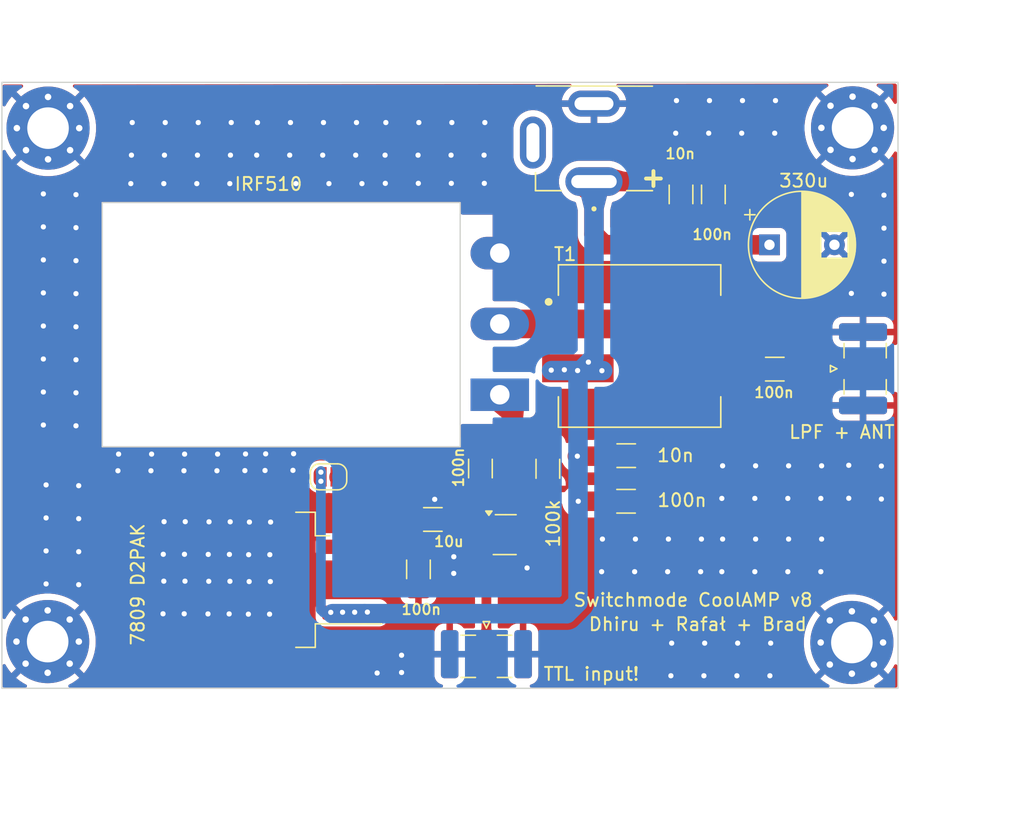
<source format=kicad_pcb>
(kicad_pcb (version 20241229) (generator "pcbnew") (generator_version "9.0")
  (layers (0 "F.Cu" signal) (2 "B.Cu" signal) (13 "F.Paste" user) (5 "F.SilkS" user "F.Silkscreen") (1 "F.Mask" user) (3 "B.Mask" user) (25 "Edge.Cuts" user))
  (net 0 "")
  (net 1 "GND")
  (net 2 "Net-(Q1-G)")
  (net 3 "/DRAIN")
  (net 4 "Net-(RF_OUT1-In)")
  (net 6 "9V")
  (net 7 "Net-(RF_IN1-In)")
  (net 8 "Net-(C3-Pad2)")
  (net 9 "+VDC")
  (footprint "MountingHole:MountingHole_3.2mm_M3_Pad_Via" (layer "F.Cu") (at 141.8 105.72)
    (property "Reference" "H3" (hide yes))
    (property "Value" "MountingHole_Pad" (hide yes))
    (pad "1" thru_hole circle (at -2.4 0) (size 0.8 0.8) (drill 0.5) (layers "*.Cu" "*.Mask") (net 1 "GND"))
    (pad "1" thru_hole circle (at -1.697056 -1.697056) (size 0.8 0.8) (drill 0.5) (layers "*.Cu" "*.Mask") (net 1 "GND"))
    (pad "1" thru_hole circle (at -1.697056 1.697056) (size 0.8 0.8) (drill 0.5) (layers "*.Cu" "*.Mask") (net 1 "GND"))
    (pad "1" thru_hole circle (at 0 -2.4) (size 0.8 0.8) (drill 0.5) (layers "*.Cu" "*.Mask") (net 1 "GND"))
    (pad "1" thru_hole circle (at 0 0) (size 6.4 6.4) (drill 3.2) (layers "*.Cu" "*.Mask") (net 1 "GND"))
    (pad "1" thru_hole circle (at 0 2.4) (size 0.8 0.8) (drill 0.5) (layers "*.Cu" "*.Mask") (net 1 "GND"))
    (pad "1" thru_hole circle (at 1.697056 -1.697056) (size 0.8 0.8) (drill 0.5) (layers "*.Cu" "*.Mask") (net 1 "GND"))
    (pad "1" thru_hole circle (at 1.697056 1.697056) (size 0.8 0.8) (drill 0.5) (layers "*.Cu" "*.Mask") (net 1 "GND"))
    (pad "1" thru_hole circle (at 2.4 0) (size 0.8 0.8) (drill 0.5) (layers "*.Cu" "*.Mask") (net 1 "GND"))
  )
  (footprint "Connector_Coaxial:SMA_Samtec_SMA-J-P-H-ST-EM1_EdgeMount" (layer "F.Cu") (at 204.8075 84.72)
    (property "Reference" "RF_OUT1" (hide yes))
    (property "Value" "SMA" (hide yes))
    (pad "1" smd roundrect (at 0 0 90) (size 1.27 3.2) (layers "F.Cu" "F.Mask") (roundrect_rratio 0.1968503937) (net 4 "Net-(RF_OUT1-In)"))
    (pad "2" smd roundrect (at -0.25 -2.825 90) (size 1.35 3.7) (layers "F.Cu" "F.Mask") (roundrect_rratio 0.1851851852) (net 1 "GND"))
    (pad "2" smd roundrect (at -0.25 -2.825 90) (size 1.35 3.7) (layers "B.Cu" "B.Mask") (roundrect_rratio 0.1851851852) (net 1 "GND"))
    (pad "2" smd roundrect (at -0.25 2.825 90) (size 1.35 3.7) (layers "F.Cu" "F.Mask") (roundrect_rratio 0.1851851852) (net 1 "GND"))
    (pad "2" smd roundrect (at -0.25 2.825 90) (size 1.35 3.7) (layers "B.Cu" "B.Mask") (roundrect_rratio 0.1851851852) (net 1 "GND"))
  )
  (footprint "Capacitor_SMD:C_1206_3216Metric_Pad1.33x1.80mm_HandSolder" (layer "F.Cu") (at 186.32 94.92)
    (property "Reference" "C12" (hide yes))
    (property "Value" "100n" (at 4.31 -0.08 180) (layer "F.SilkS"))
    (pad "1" smd roundrect (at -1.5625 0) (size 1.325 1.8) (layers "F.Cu" "F.Mask" "F.Paste") (roundrect_rratio 0.188679) (net 9 "+VDC"))
    (pad "2" smd roundrect (at 1.5625 0) (size 1.325 1.8) (layers "F.Cu" "F.Mask" "F.Paste") (roundrect_rratio 0.188679) (net 1 "GND"))
  )
  (footprint "footprints:XKB_DC-005-5A-2.0_Modded" (layer "F.Cu") (at 183.85 64.3125 -90)
    (property "Reference" "Power1" (hide yes))
    (property "Value" "DC-005 (Barrel Jack)" (hide yes))
    (pad "1" thru_hole oval (at 6 0 270) (size 2.2 4.4) (drill oval 1 3.5) (layers "*.Cu" "*.Mask") (net 9 "+VDC"))
    (pad "2" thru_hole oval (at 0 0 270) (size 2 4) (drill oval 1 3) (layers "*.Cu" "*.Mask") (net 1 "GND"))
    (pad "3" thru_hole oval (at 3 4.7 270) (size 4 2) (drill oval 3 1) (layers "*.Cu" "*.Mask"))
  )
  (footprint "Capacitor_SMD:C_1206_3216Metric_Pad1.33x1.80mm_HandSolder" (layer "F.Cu") (at 171.45 96.32)
    (property "Reference" "C9" (hide yes))
    (property "Value" "10u" (at 1.23 1.7 180) (layer "F.SilkS") (effects (font (size 0.8 0.8))))
    (pad "1" smd roundrect (at -1.5625 0) (size 1.325 1.8) (layers "F.Cu" "F.Mask" "F.Paste") (roundrect_rratio 0.1886792453) (net 6 "9V"))
    (pad "2" smd roundrect (at 1.5625 0) (size 1.325 1.8) (layers "F.Cu" "F.Mask" "F.Paste") (roundrect_rratio 0.1886792453) (net 1 "GND"))
  )
  (footprint "Capacitor_SMD:C_1206_3216Metric_Pad1.33x1.80mm_HandSolder" (layer "F.Cu") (at 175.11 92.4 90)
    (property "Reference" "C4" (hide yes))
    (property "Value" "100n" (at 0.0775 -1.69 270) (layer "F.SilkS") (effects (font (size 0.8 0.8))))
    (pad "1" smd roundrect (at -1.5625 0 90) (size 1.325 1.8) (layers "F.Cu" "F.Mask" "F.Paste") (roundrect_rratio 0.1886792453) (net 6 "9V"))
    (pad "2" smd roundrect (at 1.5625 0 90) (size 1.325 1.8) (layers "F.Cu" "F.Mask" "F.Paste") (roundrect_rratio 0.1886792453) (net 1 "GND"))
  )
  (footprint "MountingHole:MountingHole_3.2mm_M3_Pad_Via" (layer "F.Cu") (at 203.7 105.79)
    (property "Reference" "H4" (hide yes))
    (property "Value" "MountingHole_Pad" (hide yes))
    (pad "1" thru_hole circle (at -2.4 0) (size 0.8 0.8) (drill 0.5) (layers "*.Cu" "*.Mask") (net 1 "GND"))
    (pad "1" thru_hole circle (at -1.697056 -1.697056) (size 0.8 0.8) (drill 0.5) (layers "*.Cu" "*.Mask") (net 1 "GND"))
    (pad "1" thru_hole circle (at -1.697056 1.697056) (size 0.8 0.8) (drill 0.5) (layers "*.Cu" "*.Mask") (net 1 "GND"))
    (pad "1" thru_hole circle (at 0 -2.4) (size 0.8 0.8) (drill 0.5) (layers "*.Cu" "*.Mask") (net 1 "GND"))
    (pad "1" thru_hole circle (at 0 0) (size 6.4 6.4) (drill 3.2) (layers "*.Cu" "*.Mask") (net 1 "GND"))
    (pad "1" thru_hole circle (at 0 2.4) (size 0.8 0.8) (drill 0.5) (layers "*.Cu" "*.Mask") (net 1 "GND"))
    (pad "1" thru_hole circle (at 1.697056 -1.697056) (size 0.8 0.8) (drill 0.5) (layers "*.Cu" "*.Mask") (net 1 "GND"))
    (pad "1" thru_hole circle (at 1.697056 1.697056) (size 0.8 0.8) (drill 0.5) (layers "*.Cu" "*.Mask") (net 1 "GND"))
    (pad "1" thru_hole circle (at 2.4 0) (size 0.8 0.8) (drill 0.5) (layers "*.Cu" "*.Mask") (net 1 "GND"))
  )
  (footprint "Jumper:SolderJumper-2_P1.3mm_Open_RoundedPad1.0x1.5mm" (layer "F.Cu") (at 163.42 93.04 180)
    (property "Reference" "JP1" (hide yes))
    (property "Value" "Jumper_2_Open" (hide yes))
    (pad "1" smd custom (at -0.65 0 180) (size 1 0.5) (layers "F.Cu" "F.Mask") (net 6 "9V") (options (clearance outline) (anchor rect)) (primitives (gr_circle (center 0 0.25) (end 0.5 0.25) (width 0) (fill yes)) (gr_circle (center 0 -0.25) (end 0.5 -0.25) (width 0) (fill yes)) (gr_poly (pts (xy 0.5 0.75) (xy 0 0.75) (xy 0 -0.75) (xy 0.5 -0.75)) (width 0) (fill yes))))
    (pad "2" smd custom (at 0.65 0 180) (size 1 0.5) (layers "F.Cu" "F.Mask") (net 9 "+VDC") (options (clearance outline) (anchor rect)) (primitives (gr_circle (center 0 0.25) (end 0.5 0.25) (width 0) (fill yes)) (gr_circle (center 0 -0.25) (end 0.5 -0.25) (width 0) (fill yes)) (gr_poly (pts (xy 0 0.75) (xy -0.5 0.75) (xy -0.5 -0.75) (xy 0 -0.75)) (width 0) (fill yes))))
  )
  (footprint "Connector_Coaxial:SMA_Samtec_SMA-J-P-H-ST-EM1_EdgeMount" (layer "F.Cu") (at 175.57 106.94 -90)
    (property "Reference" "RF_IN1" (hide yes))
    (property "Value" "SMA" (hide yes))
    (pad "1" smd roundrect (at 0 0) (size 1.27 3.2) (layers "F.Cu" "F.Mask") (roundrect_rratio 0.1968503937) (net 7 "Net-(RF_IN1-In)"))
    (pad "2" smd roundrect (at -0.25 -2.825) (size 1.35 3.7) (layers "F.Cu" "F.Mask") (roundrect_rratio 0.1851851852) (net 1 "GND"))
    (pad "2" smd roundrect (at -0.25 -2.825) (size 1.35 3.7) (layers "B.Cu" "B.Mask") (roundrect_rratio 0.1851851852) (net 1 "GND"))
    (pad "2" smd roundrect (at -0.25 2.825) (size 1.35 3.7) (layers "F.Cu" "F.Mask") (roundrect_rratio 0.1851851852) (net 1 "GND"))
    (pad "2" smd roundrect (at -0.25 2.825) (size 1.35 3.7) (layers "B.Cu" "B.Mask") (roundrect_rratio 0.1851851852) (net 1 "GND"))
  )
  (footprint "footprints:TO-247-3_Horizontal_TabDown_Modded" (layer "F.Cu") (at 176.6 86.72 90)
    (property "Reference" "Q1" (hide yes))
    (property "Value" "IRF510" (hide yes))
    (pad "" np_thru_hole oval (at 5.45 -19.86 90) (size 3.6 3.6) (drill 3.6) (layers "*.Cu" "*.Mask"))
    (pad "1" thru_hole rect (at 0 0 90) (size 2.5 4.5) (drill 1.5) (layers "*.Cu" "*.Mask") (net 2 "Net-(Q1-G)"))
    (pad "2" thru_hole oval (at 5.45 0 90) (size 2.5 4.5) (drill 1.5) (layers "*.Cu" "*.Mask") (net 3 "/DRAIN"))
    (pad "3" thru_hole oval (at 10.9 0 90) (size 2.5 4.5) (drill 1.5) (layers "*.Cu" "*.Mask") (net 1 "GND"))
  )
  (footprint "Capacitor_SMD:C_1206_3216Metric_Pad1.33x1.80mm_HandSolder" (layer "F.Cu") (at 197.7675 84.75 180)
    (property "Reference" "C3" (hide yes))
    (property "Value" "100n" (at 0.06 -1.8 180) (layer "F.SilkS") (effects (font (size 0.8 0.8))))
    (pad "1" smd roundrect (at -1.5625 0 180) (size 1.325 1.8) (layers "F.Cu" "F.Mask" "F.Paste") (roundrect_rratio 0.1886792453) (net 4 "Net-(RF_OUT1-In)"))
    (pad "2" smd roundrect (at 1.5625 0 180) (size 1.325 1.8) (layers "F.Cu" "F.Mask" "F.Paste") (roundrect_rratio 0.1886792453) (net 8 "Net-(C3-Pad2)"))
  )
  (footprint "Package_TO_SOT_SMD:TSOT-23-5_HandSoldering" (layer "F.Cu") (at 176.98 97.4625)
    (property "Reference" "U2" (hide yes))
    (property "Value" "UCC27517DBVR" (hide yes))
    (pad "1" smd roundrect (at -1.71 -0.95) (size 2 0.65) (layers "F.Cu" "F.Mask" "F.Paste") (net 6 "9V"))
    (pad "2" smd roundrect (at -1.71 0) (size 2 0.65) (layers "F.Cu" "F.Mask" "F.Paste") (net 1 "GND"))
    (pad "3" smd roundrect (at -1.71 0.95) (size 2 0.65) (layers "F.Cu" "F.Mask" "F.Paste") (net 7 "Net-(RF_IN1-In)"))
    (pad "4" smd roundrect (at 1.71 0.95) (size 2 0.65) (layers "F.Cu" "F.Mask" "F.Paste") (net 1 "GND"))
    (pad "5" smd roundrect (at 1.71 -0.95) (size 2 0.65) (layers "F.Cu" "F.Mask" "F.Paste") (net 2 "Net-(Q1-G)"))
  )
  (footprint "Capacitor_THT:CP_Radial_D8.0mm_P5.00mm" (layer "F.Cu") (at 197.357349 75.18)
    (property "Reference" "C6" (hide yes))
    (property "Value" "330u" (at 2.642651 -4.93 0) (layer "F.SilkS"))
    (pad "1" thru_hole rect (at 0 0) (size 1.6 1.6) (drill 0.8) (layers "*.Cu" "*.Mask") (net 9 "+VDC"))
    (pad "2" thru_hole circle (at 5 0) (size 1.6 1.6) (drill 0.8) (layers "*.Cu" "*.Mask") (net 1 "GND"))
  )
  (footprint "footprints:IND_SRF1260A-4R7Y-Longer-Pads" (layer "F.Cu") (at 187.36 82.97)
    (property "Reference" "T1" (at -5.725 -7.065 0) (layer "F.SilkS") (effects (font (size 1.001409 1.001409))))
    (property "Value" "SRF1260A-4R7Y" (hide yes))
    (pad "1" smd rect (at -4.75 -1.715 180) (size 5.5 2.15) (layers "F.Cu" "F.Mask" "F.Paste") (net 3 "/DRAIN"))
    (pad "2" smd rect (at -4.75 1.715 180) (size 5.5 2.15) (layers "F.Cu" "F.Mask" "F.Paste") (net 9 "+VDC"))
    (pad "3" smd rect (at 4.75 1.715 180) (size 5.5 2.15) (layers "F.Cu" "F.Mask" "F.Paste") (net 8 "Net-(C3-Pad2)"))
    (pad "4" smd rect (at 4.75 -1.715 180) (size 5.5 2.15) (layers "F.Cu" "F.Mask" "F.Paste") (net 3 "/DRAIN"))
  )
  (footprint "MountingHole:MountingHole_3.2mm_M3_Pad_Via" (layer "F.Cu") (at 141.83 66.2)
    (property "Reference" "H1" (hide yes))
    (property "Value" "MountingHole_Pad" (hide yes))
    (pad "1" thru_hole circle (at -2.4 0) (size 0.8 0.8) (drill 0.5) (layers "*.Cu" "*.Mask") (net 1 "GND"))
    (pad "1" thru_hole circle (at -1.697056 -1.697056) (size 0.8 0.8) (drill 0.5) (layers "*.Cu" "*.Mask") (net 1 "GND"))
    (pad "1" thru_hole circle (at -1.697056 1.697056) (size 0.8 0.8) (drill 0.5) (layers "*.Cu" "*.Mask") (net 1 "GND"))
    (pad "1" thru_hole circle (at 0 -2.4) (size 0.8 0.8) (drill 0.5) (layers "*.Cu" "*.Mask") (net 1 "GND"))
    (pad "1" thru_hole circle (at 0 0) (size 6.4 6.4) (drill 3.2) (layers "*.Cu" "*.Mask") (net 1 "GND"))
    (pad "1" thru_hole circle (at 0 2.4) (size 0.8 0.8) (drill 0.5) (layers "*.Cu" "*.Mask") (net 1 "GND"))
    (pad "1" thru_hole circle (at 1.697056 -1.697056) (size 0.8 0.8) (drill 0.5) (layers "*.Cu" "*.Mask") (net 1 "GND"))
    (pad "1" thru_hole circle (at 1.697056 1.697056) (size 0.8 0.8) (drill 0.5) (layers "*.Cu" "*.Mask") (net 1 "GND"))
    (pad "1" thru_hole circle (at 2.4 0) (size 0.8 0.8) (drill 0.5) (layers "*.Cu" "*.Mask") (net 1 "GND"))
  )
  (footprint "Capacitor_SMD:C_1206_3216Metric_Pad1.33x1.80mm_HandSolder" (layer "F.Cu") (at 193.04 71.3 90)
    (property "Reference" "C5" (hide yes))
    (property "Value" "100n" (at -3.09 -0.09 0) (layer "F.SilkS") (effects (font (size 0.8 0.8))))
    (pad "1" smd roundrect (at -1.5625 0 90) (size 1.325 1.8) (layers "F.Cu" "F.Mask" "F.Paste") (roundrect_rratio 0.1886792453) (net 9 "+VDC"))
    (pad "2" smd roundrect (at 1.5625 0 90) (size 1.325 1.8) (layers "F.Cu" "F.Mask" "F.Paste") (roundrect_rratio 0.1886792453) (net 1 "GND"))
  )
  (footprint "Capacitor_SMD:C_1206_3216Metric_Pad1.33x1.80mm_HandSolder" (layer "F.Cu") (at 170.34 100.16 -90)
    (property "Reference" "C8" (hide yes))
    (property "Value" "100n" (at 3.0875 -0.22 180) (layer "F.SilkS") (effects (font (size 0.8 0.8))))
    (pad "1" smd roundrect (at -1.5625 0 270) (size 1.325 1.8) (layers "F.Cu" "F.Mask" "F.Paste") (roundrect_rratio 0.1886792453) (net 6 "9V"))
    (pad "2" smd roundrect (at 1.5625 0 270) (size 1.325 1.8) (layers "F.Cu" "F.Mask" "F.Paste") (roundrect_rratio 0.1886792453) (net 1 "GND"))
  )
  (footprint "footprints:TO-263-2-bigger" (layer "F.Cu") (at 157.575 100.965 180)
    (property "Reference" "U1" (hide yes))
    (property "Value" "7809 D2PAK" (at 8.835 -0.355 90) (layer "F.SilkS"))
    (pad "1" smd roundrect (at -7.65 -2.54 180) (size 4.6 1.1) (layers "F.Cu" "F.Mask" "F.Paste") (roundrect_rratio 0.227273) (net 9 "+VDC"))
    (pad "2" smd roundrect (at -0.925 -2.775 180) (size 4.55 5.25) (layers "F.Cu" "F.Paste") (roundrect_rratio 0.054945) (net 1 "GND"))
    (pad "2" smd roundrect (at -0.925 2.775 180) (size 4.55 5.25) (layers "F.Cu" "F.Paste") (roundrect_rratio 0.054945) (net 1 "GND"))
    (pad "2" smd roundrect (at 2.38 0.04 180) (size 11.16 10.88) (layers "F.Cu" "F.Mask") (roundrect_rratio 0.026596) (net 1 "GND"))
    (pad "2" smd roundrect (at 4.805 2.815 180) (size 6.31 5.33) (layers "F.Cu" "F.Paste") (roundrect_rratio 0.054945) (net 1 "GND"))
    (pad "2" smd roundrect (at 4.815 -2.775 180) (size 6.33 5.25) (layers "F.Cu" "F.Paste") (roundrect_rratio 0.054945) (net 1 "GND"))
    (pad "3" smd roundrect (at -7.65 2.54 180) (size 4.6 1.1) (layers "F.Cu" "F.Mask" "F.Paste") (roundrect_rratio 0.227273) (net 6 "9V"))
  )
  (footprint "Capacitor_SMD:C_1206_3216Metric_Pad1.33x1.80mm_HandSolder" (layer "F.Cu") (at 190.55 71.3 90)
    (property "Reference" "C10" (hide yes))
    (property "Value" "10n" (at 3.13 -0.06 0) (layer "F.SilkS") (effects (font (size 0.8 0.8))))
    (pad "1" smd roundrect (at -1.5625 0 90) (size 1.325 1.8) (layers "F.Cu" "F.Mask" "F.Paste") (roundrect_rratio 0.1886792453) (net 9 "+VDC"))
    (pad "2" smd roundrect (at 1.5625 0 90) (size 1.325 1.8) (layers "F.Cu" "F.Mask" "F.Paste") (roundrect_rratio 0.1886792453) (net 1 "GND"))
  )
  (footprint "MountingHole:MountingHole_3.2mm_M3_Pad_Via" (layer "F.Cu") (at 203.752944 66.177944)
    (property "Reference" "H2" (hide yes))
    (property "Value" "MountingHole_Pad" (hide yes))
    (pad "1" thru_hole circle (at -2.4 0) (size 0.8 0.8) (drill 0.5) (layers "*.Cu" "*.Mask") (net 1 "GND"))
    (pad "1" thru_hole circle (at -1.697056 -1.697056) (size 0.8 0.8) (drill 0.5) (layers "*.Cu" "*.Mask") (net 1 "GND"))
    (pad "1" thru_hole circle (at -1.697056 1.697056) (size 0.8 0.8) (drill 0.5) (layers "*.Cu" "*.Mask") (net 1 "GND"))
    (pad "1" thru_hole circle (at 0 -2.4) (size 0.8 0.8) (drill 0.5) (layers "*.Cu" "*.Mask") (net 1 "GND"))
    (pad "1" thru_hole circle (at 0 0) (size 6.4 6.4) (drill 3.2) (layers "*.Cu" "*.Mask") (net 1 "GND"))
    (pad "1" thru_hole circle (at 0 2.4) (size 0.8 0.8) (drill 0.5) (layers "*.Cu" "*.Mask") (net 1 "GND"))
    (pad "1" thru_hole circle (at 1.697056 -1.697056) (size 0.8 0.8) (drill 0.5) (layers "*.Cu" "*.Mask") (net 1 "GND"))
    (pad "1" thru_hole circle (at 1.697056 1.697056) (size 0.8 0.8) (drill 0.5) (layers "*.Cu" "*.Mask") (net 1 "GND"))
    (pad "1" thru_hole circle (at 2.4 0) (size 0.8 0.8) (drill 0.5) (layers "*.Cu" "*.Mask") (net 1 "GND"))
  )
  (footprint "Resistor_SMD:R_1206_3216Metric_Pad1.30x1.75mm_HandSolder" (layer "F.Cu") (at 180.3 92.42 -90)
    (property "Reference" "R3" (hide yes))
    (property "Value" "100k" (at 4.21 -0.41 90) (layer "F.SilkS"))
    (pad "1" smd roundrect (at -1.55 0 270) (size 1.3 1.75) (layers "F.Cu" "F.Mask" "F.Paste") (roundrect_rratio 0.1923076923) (net 2 "Net-(Q1-G)"))
    (pad "2" smd roundrect (at 1.55 0 270) (size 1.3 1.75) (layers "F.Cu" "F.Mask" "F.Paste") (roundrect_rratio 0.1923076923) (net 1 "GND"))
  )
  (footprint "Capacitor_SMD:C_1206_3216Metric_Pad1.33x1.80mm_HandSolder" (layer "F.Cu") (at 186.3325 91.41)
    (property "Reference" "C2" (hide yes))
    (property "Value" "10n" (at 3.7975 -0.02 180) (layer "F.SilkS"))
    (pad "1" smd roundrect (at -1.5625 0) (size 1.325 1.8) (layers "F.Cu" "F.Mask" "F.Paste") (roundrect_rratio 0.188679) (net 9 "+VDC"))
    (pad "2" smd roundrect (at 1.5625 0) (size 1.325 1.8) (layers "F.Cu" "F.Mask" "F.Paste") (roundrect_rratio 0.188679) (net 1 "GND"))
  )
  (gr_rect (start 138.28 62.675) (end 207.25 109.315) (stroke (width 0.1)) (fill no) (layer "Edge.Cuts"))
  (gr_rect (start 146 71.93) (end 173.55 90.72) (stroke (width 0.1)) (fill no) (layer "Edge.Cuts"))
  (gr_text "+" (at 187.3 70.85 0) (layer "F.SilkS") (effects (font (size 1.5 1.5) (thickness 0.3) (bold yes)) (justify left bottom)))
  (gr_text "LPF + ANT" (at 198.78 90.18 0) (layer "F.SilkS") (effects (font (size 1 1)) (justify left bottom)))
  (gr_text "TTL input!" (at 179.89 108.8 0) (layer "F.SilkS") (effects (font (size 1 1)) (justify left bottom)))
  (gr_text "Dhiru + Rafał + Brad" (at 183.36 104.97 0) (layer "F.SilkS") (effects (font (size 1 1)) (justify left bottom)))
  (gr_text "IRF510" (at 156.1 71.09 0) (layer "F.SilkS") (effects (font (size 1 1)) (justify left bottom)))
  (gr_text "Switchmode CoolAMP v8\n " (at 182.19 104.71 0) (layer "F.SilkS") (effects (font (size 1 1)) (justify left bottom)))
  (segment (start 174.1825 97.4725) (end 173.07 96.36) (width 0.75) (layer "F.Cu") (net 1))
  (segment (start 175.44 97.4725) (end 174.1825 97.4725) (width 0.75) (layer "F.Cu") (net 1))
  (segment (start 175.44 97.4725) (end 174.562514 97.4725) (width 0.75) (layer "F.Cu") (net 1))
  (via (at 143.98 76.4) (size 0.8) (drill 0.4) (layers "F.Cu" "B.Cu") (net 1))
  (via (at 197.82 64.08) (size 0.8) (drill 0.4) (layers "F.Cu" "B.Cu") (net 1))
  (via (at 141.68 98.74) (size 0.8) (drill 0.4) (layers "F.Cu" "B.Cu") (net 1))
  (via (at 143.98 71.32) (size 0.8) (drill 0.4) (layers "F.Cu" "B.Cu") (net 1))
  (via (at 141.47 89.05) (size 0.8) (drill 0.4) (layers "F.Cu" "B.Cu") (net 1))
  (via (at 157.95 65.77) (size 0.8) (drill 0.4) (layers "F.Cu" "B.Cu") (net 1))
  (via (at 141.47 76.34) (size 0.8) (drill 0.4) (layers "F.Cu" "B.Cu") (net 1))
  (via (at 201.37 97.83) (size 0.8) (drill 0.4) (layers "F.Cu" "B.Cu") (net 1))
  (via (at 158.94 101.1) (size 0.8) (drill 0.4) (layers "F.Cu" "B.Cu") (net 1))
  (via (at 157.27 99.03) (size 0.8) (drill 0.4) (layers "F.Cu" "B.Cu") (net 1))
  (via (at 192.74 64.08) (size 0.8) (drill 0.4) (layers "F.Cu" "B.Cu") (net 1))
  (via (at 150.7 99) (size 0.8) (drill 0.4) (layers "F.Cu" "B.Cu") (net 1))
  (via (at 157.25 103.61) (size 0.8) (drill 0.4) (layers "F.Cu" "B.Cu") (net 1))
  (via (at 190.14 66.59) (size 0.8) (drill 0.4) (layers "F.Cu" "B.Cu") (net 1))
  (via (at 150.76 96.49) (size 0.8) (drill 0.4) (layers "F.Cu" "B.Cu") (net 1))
  (via (at 158.9 99.03) (size 0.8) (drill 0.4) (layers "F.Cu" "B.Cu") (net 1))
  (via (at 167.83 65.77) (size 0.8) (drill 0.4) (layers "F.Cu" "B.Cu") (net 1))
  (via (at 175.45 65.77) (size 0.8) (drill 0.4) (layers "F.Cu" "B.Cu") (net 1))
  (via (at 153.28 70.47) (size 0.8) (drill 0.4) (layers "F.Cu" "B.Cu") (net 1))
  (via (at 198.83 97.83) (size 0.8) (drill 0.4) (layers "F.Cu" "B.Cu") (net 1))
  (via (at 154.14 103.59) (size 0.8) (drill 0.4) (layers "F.Cu" "B.Cu") (net 1))
  (via (at 150.85 65.77) (size 0.8) (drill 0.4) (layers "F.Cu" "B.Cu") (net 1))
  (via (at 165.99 70.47) (size 0.8) (drill 0.4) (layers "F.Cu" "B.Cu") (net 1))
  (via (at 192.06 100.34) (size 0.8) (drill 0.4) (layers "F.Cu" "B.Cu") (net 1))
  (via (at 190.2 64.08) (size 0.8) (drill 0.4) (layers "F.Cu" "B.Cu") (net 1))
  (via (at 206.17 78.98) (size 0.8) (drill 0.4) (layers "F.Cu" "B.Cu") (net 1))
  (via (at 195.22 66.59) (size 0.8) (drill 0.4) (layers "F.Cu" "B.Cu") (net 1))
  (via (at 193.69 100.34) (size 0.8) (drill 0.4) (layers "F.Cu" "B.Cu") (net 1))
  (via (at 192.37 105.84) (size 0.8) (drill 0.4) (layers "F.Cu" "B.Cu") (net 1))
  (via (at 153.39 65.77) (size 0.8) (drill 0.4) (layers "F.Cu" "B.Cu") (net 1))
  (via (at 155.83 101.08) (size 0.8) (drill 0.4) (layers "F.Cu" "B.Cu") (net 1))
  (via (at 187.04 97.83) (size 0.8) (drill 0.4) (layers "F.Cu" "B.Cu") (net 1))
  (via (at 201.31 100.34) (size 0.8) (drill 0.4) (layers "F.Cu" "B.Cu") (net 1))
  (via (at 172.91 65.77) (size 0.8) (drill 0.4) (layers "F.Cu" "B.Cu") (net 1))
  (via (at 147.26 91.29) (size 0.8) (drill 0.4) (layers "F.Cu" "B.Cu") (net 1))
  (via (at 196.23 94.7) (size 0.8) (drill 0.4) (layers "F.Cu" "B.Cu") (net 1))
  (via (at 154.16 99.01) (size 0.8) (drill 0.4) (layers "F.Cu" "B.Cu") (net 1))
  (via (at 147.21 92.57) (size 0.8) (drill 0.4) (layers "F.Cu" "B.Cu") (net 1))
  (via (at 158.53 92.55) (size 0.8) (drill 0.4) (layers "F.Cu" "B.Cu") (net 1))
  (via (at 193.75 97.83) (size 0.8) (drill 0.4) (layers "F.Cu" "B.Cu") (net 1))
  (via (at 189.77 108.35) (size 0.8) (drill 0.4) (layers "F.Cu" "B.Cu") (net 1))
  (via (at 141.47 78.88) (size 0.8) (drill 0.4) (layers "F.Cu" "B.Cu") (net 1))
  (via (at 198.83 92.19) (size 0.8) (drill 0.4) (layers "F.Cu" "B.Cu") (net 1))
  (via (at 160.73 91.26) (size 0.8) (drill 0.4) (layers "F.Cu" "B.Cu") (net 1))
  (via (at 196.29 97.83) (size 0.8) (drill 0.4) (layers "F.Cu" "B.Cu") (net 1))
  (via (at 152.34 91.29) (size 0.8) (drill 0.4) (layers "F.Cu" "B.Cu") (net 1))
  (via (at 203.66 71.3) (size 0.8) (drill 0.4) (layers "F.Cu" "B.Cu") (net 1))
  (via (at 155.87 68.28) (size 0.8) (drill 0.4) (layers "F.Cu" "B.Cu") (net 1))
  (via (at 144.19 96.26) (size 0.8) (drill 0.4) (layers "F.Cu" "B.Cu") (net 1))
  (via (at 157.89 68.28) (size 0.8) (drill 0.4) (layers "F.Cu" "B.Cu") (net 1))
  (via (at 172.87 70.45) (size 0.8) (drill 0.4) (layers "F.Cu" "B.Cu") (net 1))
  (via (at 197.45 105.84) (size 0.8) (drill 0.4) (layers "F.Cu" "B.Cu") (net 1))
  (via (at 160.43 68.28) (size 0.8) (drill 0.4) (layers "F.Cu" "B.Cu") (net 1))
  (via (at 205.97 92.21) (size 0.8) (drill 0.4) (layers "F.Cu" "B.Cu") (net 1))
  (via (at 203.46 94.69) (size 0.8) (drill 0.4) (layers "F.Cu" "B.Cu") (net 1))
  (via (at 196.23 100.34) (size 0.8) (drill 0.4) (layers "F.Cu" "B.Cu") (net 1))
  (via (at 206.17 76.44) (size 0.8) (drill 0.4) (layers "F.Cu" "B.Cu") (net 1))
  (via (at 148.31 65.77) (size 0.8) (drill 0.4) (layers "F.Cu" "B.Cu") (net 1))
  (via (at 157.33 96.52) (size 0.8) (drill 0.4) (layers "F.Cu" "B.Cu") (net 1))
  (via (at 163.03 65.77) (size 0.8) (drill 0.4) (layers "F.Cu" "B.Cu") (net 1))
  (via (at 152.37 101.07) (size 0.8) (drill 0.4) (layers "F.Cu" "B.Cu") (net 1))
  (via (at 163.45 70.47) (size 0.8) (drill 0.4) (layers "F.Cu" "B.Cu") (net 1))
  (via (at 143.98 86.57) (size 0.8) (drill 0.4) (layers "F.Cu" "B.Cu") (net 1))
  (via (at 165.51 68.28) (size 0.8) (drill 0.4) (layers "F.Cu" "B.Cu") (net 1))
  (via (at 155.85 96.5) (size 0.8) (drill 0.4) (layers "F.Cu" "B.Cu") (net 1))
  (via (at 167.16 108.14) (size 0.8) (drill 0.4) (layers "F.Cu" "B.Cu") (net 1))
  (via (at 169.04 108.1) (size 0.8) (drill 0.4) (layers "F.Cu" "B.Cu") (net 1))
  (via (at 195.28 64.08) (size 0.8) (drill 0.4) (layers "F.Cu" "B.Cu") (net 1))
  (via (at 196.29 92.19) (size 0.8) (drill 0.4) (layers "F.Cu" "B.Cu") (net 1))
  (via (at 150.79 68.28) (size 0.8) (drill 0.4) (layers "F.Cu" "B.Cu") (net 1))
  (via (at 141.47 86.51) (size 0.8) (drill 0.4) (layers "F.Cu" "B.Cu") (net 1))
  (via (at 144.19 98.8) (size 0.8) (drill 0.4) (layers "F.Cu" "B.Cu") (net 1))
  (via (at 154.88 91.29) (size 0.8) (drill 0.4) (layers "F.Cu" "B.Cu") (net 1))
  (via (at 193.69 94.7) (size 0.8) (drill 0.4) (layers "F.Cu" "B.Cu") (net 1))
  (via (at 192.31 108.35) (size 0.8) (drill 0.4) (layers "F.Cu" "B.Cu") (net 1))
  (via (at 175.39 68.28) (size 0.8) (drill 0.4) (layers "F.Cu" "B.Cu") (net 1))
  (via (at 201.37 92.19) (size 0.8) (drill 0.4) (layers "F.Cu" "B.Cu") (net 1))
  (via (at 171.59 94.77) (size 0.8) (drill 0.4) (layers "F.Cu" "B.Cu") (net 1))
  (via (at 141.47 73.8) (size 0.8) (drill 0.4) (layers "F.Cu" "B.Cu") (net 1))
  (via (at 197.76 66.59) (size 0.8) (drill 0.4) (layers "F.Cu" "B.Cu") (net 1))
  (via (at 150.68 103.58) (size 0.8) (drill 0.4) (layers "F.Cu" "B.Cu") (net 1))
  (via (at 154.83 92.57) (size 0.8) (drill 0.4) (layers "F.Cu" "B.Cu") (net 1))
  (via (at 148.2 70.47) (size 0.8) (drill 0.4) (layers "F.Cu" "B.Cu") (net 1))
  (via (at 170.31 68.28) (size 0.8) (drill 0.4) (layers "F.Cu" "B.Cu") (net 1))
  (via (at 141.47 83.97) (size 0.8) (drill 0.4) (layers "F.Cu" "B.Cu") (net 1))
  (via (at 143.98 78.94) (size 0.8) (drill 0.4) (layers "F.Cu" "B.Cu") (net 1))
  (via (at 143.98 81.49) (size 0.8) (drill 0.4) (layers "F.Cu" "B.Cu") (net 1))
  (via (at 192.68 66.59) (size 0.8) (drill 0.4) (layers "F.Cu" "B.Cu") (net 1))
  (via (at 152.33 99) (size 0.8) (drill 0.4) (layers "F.Cu" "B.Cu") (net 1))
  (via (at 205.97 94.75) (size 0.8) (drill 0.4) (layers "F.Cu" "B.Cu") (net 1))
  (via (at 170.33 70.45) (size 0.8) (drill 0.4) (layers "F.Cu" "B.Cu") (net 1))
  (via (at 170.37 65.77) (size 0.8) (drill 0.4) (layers "F.Cu" "B.Cu") (net 1))
  (via (at 197.39 108.35) (size 0.8) (drill 0.4) (layers "F.Cu" "B.Cu") (net 1))
  (via (at 141.68 101.28) (size 0.8) (drill 0.4) (layers "F.Cu" "B.Cu") (net 1))
  (via (at 152.31 103.58) (size 0.8) (drill 0.4) (layers "F.Cu" "B.Cu") (net 1))
  (via (at 184.44 100.34) (size 0.8) (drill 0.4) (layers "F.Cu" "B.Cu") (net 1))
  (via (at 149.8 91.29) (size 0.8) (drill 0.4) (layers "F.Cu" "B.Cu") (net 1))
  (via (at 178.7 100.05) (size 0.8) (drill 0.4) (layers "F.Cu" "B.Cu") (net 1))
  (via (at 175.41 70.45) (size 0.8) (drill 0.4) (layers "F.Cu" "B.Cu") (net 1))
  (via (at 184.5 97.83) (size 0.8) (drill 0.4) (layers "F.Cu" "B.Cu") (net 1))
  (via (at 152.29 92.57) (size 0.8) (drill 0.4) (layers "F.Cu" "B.Cu") (net 1))
  (via (at 194.85 108.35) (size 0.8) (drill 0.4) (layers "F.Cu" "B.Cu") (net 1))
  (via (at 158.58 91.27) (size 0.8) (drill 0.4) (layers "F.Cu" "B.Cu") (net 1))
  (via (at 189.58 97.83) (size 0.8) (drill 0.4) (layers "F.Cu" "B.Cu") (net 1))
  (via (at 162.97 68.28) (size 0.8) (drill 0.4) (layers "F.Cu" "B.Cu") (net 1))
  (via (at 150.74 70.47) (size 0.8) (drill 0.4) (layers "F.Cu" "B.Cu") (net 1))
  (via (at 155.82 70.47) (size 0.8) (drill 0.4) (layers "F.Cu" "B.Cu") (net 1))
  (via (at 167.79 70.45) (size 0.8) (drill 0.4) (layers "F.Cu" "B.Cu") (net 1))
  (via (at 167.77 68.28) (size 0.8) (drill 0.4) (layers "F.Cu" "B.Cu") (net 1))
  (via (at 143.98 73.86) (size 0.8) (drill 0.4) (layers "F.Cu" "B.Cu") (net 1))
  (via (at 144.19 101.34) (size 0.8) (drill 0.4) (layers "F.Cu" "B.Cu") (net 1))
  (via (at 155.79 99.01) (size 0.8) (drill 0.4) (layers "F.Cu" "B.Cu") (net 1))
  (via (at 173.054721 100.470673) (size 0.8) (drill 0.4) (layers "F.Cu" "B.Cu") (net 1))
  (via (at 160.91 70.47) (size 0.8) (drill 0.4) (layers "F.Cu" "B.Cu") (net 1))
  (via (at 206.17 71.36) (size 0.8) (drill 0.4) (layers "F.Cu" "B.Cu") (net 1))
  (via (at 158.96 96.52) (size 0.8) (drill 0.4) (layers "F.Cu" "B.Cu") (net 1))
  (via (at 173.06 99.19) (size 0.8) (drill 0.4) (layers "F.Cu" "B.Cu") (net 1))
  (via (at 158.88 103.61) (size 0.8) (drill 0.4) (layers "F.Cu" "B.Cu") (net 1))
  (via (at 160.49 65.77) (size 0.8) (drill 0.4) (layers "F.Cu" "B.Cu") (net 1))
  (via (at 201.31 94.7) (size 0.8) (drill 0.4) (layers "F.Cu" "B.Cu") (net 1))
  (via (at 157.03 91.28) (size 0.8) (drill 0.4) (layers "F.Cu" "B.Cu") (net 1))
  (via (at 143.98 84.03) (size 0.8) (drill 0.4) (layers "F.Cu" "B.Cu") (net 1))
  (via (at 149.75 92.57) (size 0.8) (drill 0.4) (layers "F.Cu" "B.Cu") (net 1))
  (via (at 189.52 100.34) (size 0.8) (drill 0.4) (layers "F.Cu" "B.Cu") (net 1))
  (via (at 160.68 92.54) (size 0.8) (drill 0.4) (layers "F.Cu" "B.Cu") (net 1))
  (via (at 141.47 81.43) (size 0.8) (drill 0.4) (layers "F.Cu" "B.Cu") (net 1))
  (via (at 203.66 78.92) (size 0.8) (drill 0.4) (layers "F.Cu" "B.Cu") (net 1))
  (via (at 150.74 101.07) (size 0.8) (drill 0.4) (layers "F.Cu" "B.Cu") (net 1))
  (via (at 155.93 65.77) (size 0.8) (drill 0.4) (layers "F.Cu" "B.Cu") (net 1))
  (via (at 169.04 106.77) (size 0.8) (drill 0.4) (layers "F.Cu" "B.Cu") (net 1))
  (via (at 198.77 100.34) (size 0.8) (drill 0.4) (layers "F.Cu" "B.Cu") (net 1))
  (via (at 206.17 73.9) (size 0.8) (drill 0.4) (layers "F.Cu" "B.Cu") (net 1))
  (via (at 154.22 96.5) (size 0.8) (drill 0.4) (layers "F.Cu" "B.Cu") (net 1))
  (via (at 141.68 93.66) (size 0.8) (drill 0.4) (layers "F.Cu" "B.Cu") (net 1))
  (via (at 148.25 68.28) (size 0.8) (drill 0.4) (layers "F.Cu" "B.Cu") (net 1))
  (via (at 155.77 103.59) (size 0.8) (drill 0.4) (layers "F.Cu" "B.Cu") (net 1))
  (via (at 141.68 96.2) (size 0.8) (drill 0.4) (layers "F.Cu" "B.Cu") (net 1))
  (via (at 198.77 94.7) (size 0.8) (drill 0.4) (layers "F.Cu" "B.Cu") (net 1))
  (via (at 144.19 93.72) (size 0.8) (drill 0.4) (layers "F.Cu" "B.Cu") (net 1))
  (via (at 157.31 101.1) (size 0.8) (drill 0.4) (layers "F.Cu" "B.Cu") (net 1))
  (via (at 193.75 92.19) (size 0.8) (drill 0.4) (layers "F.Cu" "B.Cu") (net 1))
  (via (at 141.47 71.26) (size 0.8) (drill 0.4) (layers "F.Cu" "B.Cu") (net 1))
  (via (at 165.57 65.77) (size 0.8) (drill 0.4) (layers "F.Cu" "B.Cu") (net 1))
  (via (at 143.98 89.11) (size 0.8) (drill 0.4) (layers "F.Cu" "B.Cu") (net 1))
  (via (at 153.33 68.28) (size 0.8) (drill 0.4) (layers "F.Cu" "B.Cu") (net 1))
  (via (at 152.39 96.49) (size 0.8) (drill 0.4) (layers "F.Cu" "B.Cu") (net 1))
  (via (at 203.46 92.15) (size 0.8) (drill 0.4) (layers "F.Cu" "B.Cu") (net 1))
  (via (at 172.85 68.28) (size 0.8) (drill 0.4) (layers "F.Cu" "B.Cu") (net 1))
  (via (at 192.12 97.83) (size 0.8) (drill 0.4) (layers "F.Cu" "B.Cu") (net 1))
  (via (at 189.83 105.84) (size 0.8) (drill 0.4) (layers "F.Cu" "B.Cu") (net 1))
  (via (at 194.91 105.84) (size 0.8) (drill 0.4) (layers "F.Cu" "B.Cu") (net 1))
  (via (at 154.2 101.08) (size 0.8) (drill 0.4) (layers "F.Cu" "B.Cu") (net 1))
  (via (at 186.98 100.34) (size 0.8) (drill 0.4) (layers "F.Cu" "B.Cu") (net 1))
  (via (at 156.98 92.56) (size 0.8) (drill 0.4) (layers "F.Cu" "B.Cu") (net 1))
  (segment (start 177.86 95.6825) (end 177.86 87.98) (width 1) (layer "F.Cu") (net 2))
  (segment (start 177.86 90.84) (end 180.27 90.84) (width 1) (layer "F.Cu") (net 2))
  (segment (start 177.86 87.98) (end 176.6 86.72) (width 1) (layer "F.Cu") (net 2))
  (segment (start 178.69 96.5125) (end 177.86 95.6825) (width 1) (layer "F.Cu") (net 2))
  (segment (start 176.6 81.27) (end 182.455 81.27) (width 2.2) (layer "F.Cu") (net 3))
  (segment (start 182.455 81.27) (end 182.46 81.275) (width 2.2) (layer "F.Cu") (net 3))
  (segment (start 182.46 81.275) (end 191.96 81.275) (width 2.2) (layer "F.Cu") (net 3))
  (segment (start 199.33 84.75) (end 204.9775 84.75) (width 2.2) (layer "F.Cu") (net 4))
  (segment (start 169.29 93.06) (end 171.28 93.06) (width 1.5) (layer "F.Cu") (net 6))
  (segment (start 165.27 93.04) (end 165.29 93.06) (width 0.25) (layer "F.Cu") (net 6))
  (segment (start 165.29 97.57) (end 165.29 93.06) (width 1.5) (layer "F.Cu") (net 6))
  (segment (start 165.225 98.425) (end 170.1675 98.425) (width 1.5) (layer "F.Cu") (net 6))
  (segment (start 174.2075 93.06) (end 175.11 93.9625) (width 1.5) (layer "F.Cu") (net 6))
  (segment (start 174.5775 93.43) (end 175.11 93.9625) (width 1) (layer "F.Cu") (net 6))
  (segment (start 171.28 93.06) (end 174.2075 93.06) (width 1.5) (layer "F.Cu") (net 6))
  (segment (start 165.29 97.57) (end 165.29 98.36) (width 1.5) (layer "F.Cu") (net 6))
  (segment (start 165.29 98.36) (end 165.29 93.06) (width 1.5) (layer "F.Cu") (net 6))
  (segment (start 165.29 93.06) (end 167.14 93.06) (width 1.5) (layer "F.Cu") (net 6))
  (segment (start 175.44 94.61) (end 175.44 96.5225) (width 0.75) (layer "F.Cu") (net 6))
  (segment (start 164.07 93.04) (end 165.27 93.04) (width 0.25) (layer "F.Cu") (net 6))
  (segment (start 169.8875 93.6575) (end 169.29 93.06) (width 1.5) (layer "F.Cu") (net 6))
  (segment (start 165.29 98.36) (end 165.225 98.425) (width 1.5) (layer "F.Cu") (net 6))
  (segment (start 170.0975 96.33) (end 170.0975 93.4425) (width 0.75) (layer "F.Cu") (net 6))
  (segment (start 167.14 93.06) (end 164.226 93.06) (width 1.5) (layer "F.Cu") (net 6))
  (segment (start 170.1675 98.425) (end 170.34 98.5975) (width 1.5) (layer "F.Cu") (net 6))
  (segment (start 169.8875 96.32) (end 169.8875 93.6575) (width 1.5) (layer "F.Cu") (net 6))
  (segment (start 167.14 93.06) (end 171.28 93.06) (width 1.5) (layer "F.Cu") (net 6))
  (segment (start 175.57 107.14) (end 175.57 98.5525) (width 0.75) (layer "F.Cu") (net 7))
  (segment (start 192.11 84.685) (end 196.14 84.685) (width 2.2) (layer "F.Cu") (net 8))
  (segment (start 186.12 75.18) (end 197.357349 75.18) (width 1.5) (layer "F.Cu") (net 9))
  (segment (start 183.85 74.37) (end 183.85 70.3125) (width 1.5) (layer "F.Cu") (net 9))
  (segment (start 183.27 70.8925) (end 183.85 70.3125) (width 1.5) (layer "F.Cu") (net 9))
  (segment (start 186.11 75.17) (end 186.12 75.18) (width 1.5) (layer "F.Cu") (net 9))
  (segment (start 190.55 72.8625) (end 190.55 75.15) (width 1.5) (layer "F.Cu") (net 9))
  (segment (start 182.64 94.92) (end 184.7575 94.92) (width 1.5) (layer "F.Cu") (net 9))
  (segment (start 193.04 72.8625) (end 193.04 75.14) (width 1.5) (layer "F.Cu") (net 9))
  (segment (start 186.56 70.3125) (end 186.6 70.3525) (width 1.5) (layer "F.Cu") (net 9))
  (segment (start 193.04 75.14) (end 193.07 75.17) (width 1.5) (layer "F.Cu") (net 9))
  (segment (start 182.57 91.45) (end 184.73 91.45) (width 1.5) (layer "F.Cu") (net 9))
  (segment (start 184.65 75.17) (end 195.33 75.17) (width 1.5) (layer "F.Cu") (net 9))
  (segment (start 183.85 70.3125) (end 186.56 70.3125) (width 1.5) (layer "F.Cu") (net 9))
  (segment (start 194.04 75.17) (end 194.05 75.18) (width 1.5) (layer "F.Cu") (net 9))
  (segment (start 190.55 75.15) (end 190.57 75.17) (width 1.5) (layer "F.Cu") (net 9))
  (segment (start 184.65 75.17) (end 183.85 74.37) (width 1.5) (layer "F.Cu") (net 9))
  (via (at 166.41 103.45) (size 0.8) (drill 0.4) (layers "F.Cu" "B.Cu") (net 9))
  (via (at 165.43 103.46) (size 0.8) (drill 0.4) (layers "F.Cu" "B.Cu") (net 9))
  (via (at 181.57 84.8) (size 0.8) (drill 0.4) (layers "F.Cu" "B.Cu") (net 9))
  (via (at 184.46 84.87) (size 0.8) (drill 0.4) (layers "F.Cu" "B.Cu") (net 9))
  (via (at 182.57 91.45) (size 0.8) (drill 0.4) (layers "F.Cu" "B.Cu") (net 9))
  (via (at 182.64 94.92) (size 0.8) (drill 0.4) (layers "F.Cu" "B.Cu") (net 9))
  (via (at 182.59 84.86) (size 0.8) (drill 0.4) (layers "F.Cu" "B.Cu") (net 9))
  (via (at 183.42 84.21) (size 0.8) (drill 0.4) (layers "F.Cu" "B.Cu") (net 9))
  (via (at 163.59 103.47) (size 0.8) (drill 0.4) (layers "F.Cu" "B.Cu") (net 9))
  (via (at 180.56 84.83) (size 0.8) (drill 0.4) (layers "F.Cu" "B.Cu") (net 9))
  (via (at 164.5 103.46) (size 0.8) (drill 0.4) (layers "F.Cu" "B.Cu") (net 9))
  (via (at 162.83 93.38) (size 0.8) (drill 0.4) (layers "F.Cu" "B.Cu") (net 9))
  (via (at 162.83 92.68) (size 0.8) (drill 0.4) (layers "F.Cu" "B.Cu") (net 9))
  (segment (start 163.04 103.47) (end 162.88 103.31) (width 0.75) (layer "B.Cu") (net 9))
  (segment (start 182.62 102.7) (end 182.62 85.07) (width 1.5) (layer "B.Cu") (net 9))
  (segment (start 183.85 83.84) (end 183.85 70.3125) (width 1.5) (layer "B.Cu") (net 9))
  (segment (start 166.2 103.57) (end 181.75 103.57) (width 1.5) (layer "B.Cu") (net 9))
  (segment (start 163.59 103.47) (end 163.04 103.47) (width 0.75) (layer "B.Cu") (net 9))
  (segment (start 182.62 85.07) (end 183.85 83.84) (width 1.5) (layer "B.Cu") (net 9))
  (segment (start 181.75 103.57) (end 182.62 102.7) (width 1.5) (layer "B.Cu") (net 9))
  (segment (start 162.83 103.26) (end 162.83 92.59) (width 0.75) (layer "B.Cu") (net 9))
  (segment (start 166.2 103.57) (end 163.72 103.57) (width 1.5) (layer "B.Cu") (net 9))
  (segment (start 162.88 103.31) (end 162.83 103.26) (width 0.75) (layer "B.Cu") (net 9))
  (segment (start 180.59 84.86) (end 184.52 84.86) (width 1.5) (layer "B.Cu") (net 9))
  (segment (start 163.04 103.47) (end 162.83 103.26) (width 0.75) (layer "B.Cu") (net 9))
  (zone (net 1) (net_name "GND") (layer "F.Cu") (connect_pads (clearance 0.5)) (min_thickness 0.25) (fill yes (thermal_gap 0.5) (thermal_bridge_width 0.5))
    (polygon (pts (xy 207.32 109.286) (xy 138.3346 109.353) (xy 138.1746 62.84) (xy 207.16 62.773)))
  )
  (zone (net 0) (net_name "") (layer "F.Cu") (connect_pads (clearance 0)) (min_thickness 0.25)
    (keepout (tracks allowed) (vias allowed) (pads allowed) (copperpour not_allowed) (footprints allowed))
    (fill (thermal_gap 0.5) (thermal_bridge_width 0.5))
    (polygon (pts (xy 205.04 82.89) (xy 207.5 82.89) (xy 207.5 86.5) (xy 205.04 86.5)))
  )
  (zone (net 0) (net_name "") (layer "F.Cu") (connect_pads (clearance 0)) (min_thickness 0.25)
    (keepout (tracks allowed) (vias allowed) (pads allowed) (copperpour not_allowed) (footprints allowed))
    (fill (thermal_gap 0.5) (thermal_bridge_width 0.5))
    (polygon (pts (xy 173.59 72.86) (xy 176.05 72.86) (xy 176.05 88.97) (xy 173.59 88.97)))
  )
  (zone (net 0) (net_name "") (layer "F.Cu") (connect_pads (clearance 0)) (min_thickness 0.25)
    (keepout (tracks allowed) (vias allowed) (pads allowed) (copperpour not_allowed) (footprints allowed))
    (fill (thermal_gap 0.5) (thermal_bridge_width 0.5))
    (polygon (pts (xy 173.485 104.705) (xy 177.445 104.705) (xy 177.445 108.315) (xy 173.485 108.315)))
  )
  (zone (net 1) (net_name "GND") (layer "B.Cu") (connect_pads (clearance 0.5)) (min_thickness 0.25) (fill yes (thermal_gap 0.5) (thermal_bridge_width 0.5) (island_removal_mode 1) (island_area_min 10))
    (polygon (pts (xy 207.045 109.336) (xy 138.2978 109.3998) (xy 138.132114 62.883373) (xy 206.879314 62.809573)))
  )
  (zone (net 0) (net_name "") (layer "B.Cu") (connect_pads (clearance 0)) (min_thickness 0.25)
    (keepout (tracks allowed) (vias allowed) (pads allowed) (copperpour not_allowed) (footprints allowed))
    (fill (thermal_gap 0.5) (thermal_bridge_width 0.5))
    (polygon (pts (xy 173.59 72.86) (xy 176.05 72.86) (xy 176.05 88.97) (xy 173.59 88.97)))
  )
)
</source>
